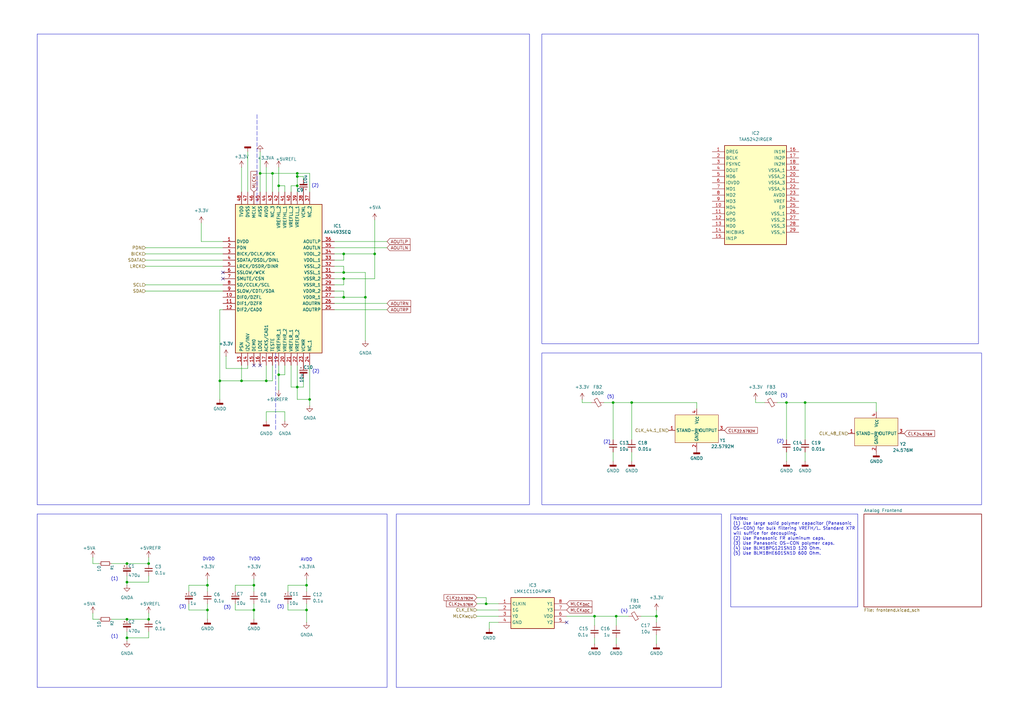
<source format=kicad_sch>
(kicad_sch (version 20250114) (generator "eeschema") (generator_version "9.0")
  (paper "A3")
  (lib_symbols
    (symbol "Device:C_Polarized_Small" (pin_numbers (hide yes)) (pin_names (offset 0.254) (hide yes))
      (property "Reference" "C" (at 0.254 1.778 0))
      (property "Value" "C_Polarized_Small" (at 0.254 -2.032 0))
      (symbol "C_Polarized_Small_0_1"
        (rectangle (start -1.524 0.6858) (end 1.524 0.3048))
        (rectangle (start -1.524 -0.3048) (end 1.524 -0.6858) (fill (type outline)))
        (polyline (pts (xy -1.27 1.524) (xy -0.762 1.524)))
        (polyline (pts (xy -1.016 1.27) (xy -1.016 1.778)))
      )
      (symbol "C_Polarized_Small_1_1"
        (pin passive line (at 0 2.54 270) (length 1.8542) (name "~") (number "1"))
        (pin passive line (at 0 -2.54 90) (length 1.8542) (name "~") (number "2"))
      )
    )
    (symbol "Device:C_Small" (pin_numbers (hide yes)) (pin_names (offset 0.254) (hide yes))
      (property "Reference" "C" (at 0.254 1.778 0))
      (property "Value" "C_Small" (at 0.254 -2.032 0))
      (symbol "C_Small_0_1"
        (polyline (pts (xy -1.524 0.508) (xy 1.524 0.508)) (stroke (width 0.3048)))
        (polyline (pts (xy -1.524 -0.508) (xy 1.524 -0.508)) (stroke (width 0.3302)))
      )
      (symbol "C_Small_1_1"
        (pin passive line (at 0 2.54 270) (length 2.032) (name "~") (number "1"))
        (pin passive line (at 0 -2.54 90) (length 2.032) (name "~") (number "2"))
      )
    )
    (symbol "Device:FerriteBead_Small" (pin_numbers (hide yes)) (pin_names (offset 0))
      (property "Reference" "FB" (at 1.905 1.27 0))
      (property "Value" "FerriteBead_Small" (at 1.905 -1.27 0))
      (symbol "FerriteBead_Small_0_1"
        (polyline (pts (xy -1.8288 0.2794) (xy -1.1176 1.4986) (xy 1.8288 -0.2032) (xy 1.1176 -1.4224) (xy -1.8288 0.2794)))
        (polyline (pts (xy 0 0.889) (xy 0 1.2954)))
        (polyline (pts (xy 0 -1.27) (xy 0 -0.7874)))
      )
      (symbol "FerriteBead_Small_1_1"
        (pin passive line (at 0 2.54 270) (length 1.27) (name "~") (number "1"))
        (pin passive line (at 0 -2.54 90) (length 1.27) (name "~") (number "2"))
      )
    )
    (symbol "Device:R_Small" (pin_numbers (hide yes)) (pin_names (offset 0.254) (hide yes))
      (property "Reference" "R" (at 0 0 90))
      (property "Value" "R_Small" (at 1.778 0 90))
      (symbol "R_Small_0_1"
        (rectangle (start -0.762 1.778) (end 0.762 -1.778) (stroke (width 0.2032)))
      )
      (symbol "R_Small_1_1"
        (pin passive line (at 0 2.54 270) (length 0.762) (name "~") (number "1"))
        (pin passive line (at 0 -2.54 90) (length 0.762) (name "~") (number "2"))
      )
    )
    (symbol "object67:AK4493SEQ"
      (property "Reference" "IC" (at 41.91 20.32 0))
      (property "Value" "AK4493SEQ" (at 41.91 17.78 0))
      (symbol "AK4493SEQ_1_1"
        (rectangle (start 5.08 15.24) (end 40.64 -45.72) (stroke (width 0.254)) (fill (type background)))
        (pin passive line (at 0 0 0) (length 5.08) (name "DVDD") (number "1"))
        (pin passive line (at 0 -2.54 0) (length 5.08) (name "PDN") (number "2"))
        (pin passive line (at 0 -5.08 0) (length 5.08) (name "BICK/DCLK/BCK") (number "3"))
        (pin passive line (at 0 -7.62 0) (length 5.08) (name "SDATA/DSDL/DINL") (number "4"))
        (pin passive line (at 0 -10.16 0) (length 5.08) (name "LRCK/DSDR/DINR") (number "5"))
        (pin passive line (at 0 -12.7 0) (length 5.08) (name "SSLOW/WCK") (number "6"))
        (pin passive line (at 0 -15.24 0) (length 5.08) (name "SMUTE/CSN") (number "7"))
        (pin passive line (at 0 -17.78 0) (length 5.08) (name "SD/CCLK/SCL") (number "8"))
        (pin passive line (at 0 -20.32 0) (length 5.08) (name "SLOW/CDTI/SDA") (number "9"))
        (pin passive line (at 0 -22.86 0) (length 5.08) (name "DIF0/DZFL") (number "10"))
        (pin passive line (at 0 -25.4 0) (length 5.08) (name "DIF1/DZFR") (number "11"))
        (pin passive line (at 0 -27.94 0) (length 5.08) (name "DIF2/CAD0") (number "12"))
        (pin passive line (at 7.62 20.32 270) (length 5.08) (name "TVDD") (number "48"))
        (pin passive line (at 7.62 -50.8 90) (length 5.08) (name "PSN") (number "13"))
        (pin passive line (at 10.16 20.32 270) (length 5.08) (name "DVSS") (number "47"))
        (pin passive line (at 10.16 -50.8 90) (length 5.08) (name "I2C/INV") (number "14"))
        (pin passive line (at 12.7 20.32 270) (length 5.08) (name "MCLK") (number "46"))
        (pin passive line (at 12.7 -50.8 90) (length 5.08) (name "DEM0") (number "15"))
        (pin passive line (at 15.24 20.32 270) (length 5.08) (name "AVSS") (number "45"))
        (pin passive line (at 15.24 -50.8 90) (length 5.08) (name "LDOE") (number "16"))
        (pin passive line (at 17.78 20.32 270) (length 5.08) (name "AVDD") (number "44"))
        (pin passive line (at 17.78 -50.8 90) (length 5.08) (name "ACKS/CAD1") (number "17"))
        (pin passive line (at 20.32 20.32 270) (length 5.08) (name "NC_3") (number "43"))
        (pin passive line (at 20.32 -50.8 90) (length 5.08) (name "TESTE") (number "18"))
        (pin passive line (at 22.86 20.32 270) (length 5.08) (name "VREFHL_2") (number "42"))
        (pin passive line (at 22.86 -50.8 90) (length 5.08) (name "VREFHR_1") (number "19"))
        (pin passive line (at 25.4 20.32 270) (length 5.08) (name "VREFHL_1") (number "41"))
        (pin passive line (at 25.4 -50.8 90) (length 5.08) (name "VREFHR_2") (number "20"))
        (pin passive line (at 27.94 20.32 270) (length 5.08) (name "VREFLL_2") (number "40"))
        (pin passive line (at 27.94 -50.8 90) (length 5.08) (name "VREFLR_1") (number "21"))
        (pin passive line (at 30.48 20.32 270) (length 5.08) (name "VREFLL_1") (number "39"))
        (pin passive line (at 30.48 -50.8 90) (length 5.08) (name "VREFLR_2") (number "22"))
        (pin passive line (at 33.02 20.32 270) (length 5.08) (name "VCML") (number "38"))
        (pin passive line (at 33.02 -50.8 90) (length 5.08) (name "VCMR") (number "23"))
        (pin passive line (at 35.56 20.32 270) (length 5.08) (name "NC_2") (number "37"))
        (pin passive line (at 35.56 -50.8 90) (length 5.08) (name "NC_1") (number "24"))
        (pin passive line (at 45.72 0 180) (length 5.08) (name "AOUTLP") (number "36"))
        (pin passive line (at 45.72 -2.54 180) (length 5.08) (name "AOUTLN") (number "35"))
        (pin passive line (at 45.72 -5.08 180) (length 5.08) (name "VDDL_2") (number "34"))
        (pin passive line (at 45.72 -7.62 180) (length 5.08) (name "VDDL_1") (number "33"))
        (pin passive line (at 45.72 -10.16 180) (length 5.08) (name "VSSL_2") (number "32"))
        (pin passive line (at 45.72 -12.7 180) (length 5.08) (name "VSSL_1") (number "31"))
        (pin passive line (at 45.72 -15.24 180) (length 5.08) (name "VSSR_2") (number "30"))
        (pin passive line (at 45.72 -17.78 180) (length 5.08) (name "VSSR_1") (number "29"))
        (pin passive line (at 45.72 -20.32 180) (length 5.08) (name "VDDR_2") (number "28"))
        (pin passive line (at 45.72 -22.86 180) (length 5.08) (name "VDDR_1") (number "27"))
        (pin passive line (at 45.72 -25.4 180) (length 5.08) (name "AOUTRN") (number "26"))
        (pin passive line (at 45.72 -27.94 180) (length 5.08) (name "AOUTRP") (number "25"))
      )
    )
    (symbol "object67:LMK1C1104PWR"
      (property "Reference" "IC" (at 24.13 7.62 0))
      (property "Value" "LMK1C1104PWR" (at 24.13 5.08 0))
      (symbol "LMK1C1104PWR_1_1"
        (rectangle (start 5.08 2.54) (end 22.86 -10.16) (stroke (width 0.254)) (fill (type background)))
        (pin passive line (at 0 0 0) (length 5.08) (name "CLKIN") (number "1"))
        (pin passive line (at 0 -2.54 0) (length 5.08) (name "1G") (number "2"))
        (pin passive line (at 0 -5.08 0) (length 5.08) (name "Y0") (number "3"))
        (pin passive line (at 0 -7.62 0) (length 5.08) (name "GND") (number "4"))
        (pin passive line (at 27.94 0 180) (length 5.08) (name "Y1") (number "8"))
        (pin passive line (at 27.94 -2.54 180) (length 5.08) (name "Y3") (number "7"))
        (pin passive line (at 27.94 -5.08 180) (length 5.08) (name "VDD") (number "6"))
        (pin passive line (at 27.94 -7.62 180) (length 5.08) (name "Y2") (number "5"))
      )
    )
    (symbol "object67:NSC5083D-22.5792M"
      (property "Reference" "Y" (at 8.382 -8.89 0))
      (property "Value" "22.5792M" (at 8.128 -6.858 0))
      (symbol "NSC5083D-22.5792M_0_0"
        (pin input line (at -11.43 0 0) (length 2.54) (name "STAND-BY") (number "1"))
        (pin power_in line (at 0 8.89 270) (length 2.54) (name "V_{CC}") (number "4"))
        (pin output line (at 11.43 0 180) (length 2.54) (name "OUTPUT") (number "3"))
      )
      (symbol "NSC5083D-22.5792M_1_0"
        (pin passive line (at 0 -7.62 90) (length 2.54) (name "GND") (number "2"))
      )
      (symbol "NSC5083D-22.5792M_1_1"
        (rectangle (start -8.89 6.35) (end 8.89 -5.08) (fill (type background)))
      )
    )
    (symbol "object67:NSC5083D-24.576M"
      (property "Reference" "Y" (at 7.366 -8.89 0))
      (property "Value" "24.576M" (at 6.096 -6.604 0))
      (symbol "NSC5083D-24.576M_0_0"
        (pin input line (at -11.43 0 0) (length 2.54) (name "STAND-BY") (number "1"))
        (pin power_in line (at 0 8.89 270) (length 2.54) (name "V_{CC}") (number "4"))
        (pin output line (at 11.43 0 180) (length 2.54) (name "OUTPUT") (number "3"))
      )
      (symbol "NSC5083D-24.576M_1_0"
        (pin passive line (at 0 -7.62 90) (length 2.54) (name "GND") (number "2"))
      )
      (symbol "NSC5083D-24.576M_1_1"
        (rectangle (start -8.89 6.35) (end 8.89 -5.08) (fill (type background)))
      )
    )
    (symbol "object67:TAA5242IRGER"
      (property "Reference" "IC" (at 31.75 7.62 0))
      (property "Value" "TAA5242IRGER" (at 31.75 5.08 0))
      (symbol "TAA5242IRGER_1_1"
        (rectangle (start 5.08 2.54) (end 30.48 -38.1) (stroke (width 0.254)) (fill (type background)))
        (pin passive line (at 0 0 0) (length 5.08) (name "DREG") (number "1"))
        (pin passive line (at 0 -2.54 0) (length 5.08) (name "BCLK") (number "2"))
        (pin passive line (at 0 -5.08 0) (length 5.08) (name "FSYNC") (number "3"))
        (pin passive line (at 0 -7.62 0) (length 5.08) (name "DOUT") (number "4"))
        (pin passive line (at 0 -10.16 0) (length 5.08) (name "MD6") (number "5"))
        (pin passive line (at 0 -12.7 0) (length 5.08) (name "IOVDD") (number "6"))
        (pin passive line (at 0 -15.24 0) (length 5.08) (name "MD1") (number "7"))
        (pin passive line (at 0 -17.78 0) (length 5.08) (name "MD2") (number "8"))
        (pin passive line (at 0 -20.32 0) (length 5.08) (name "MD3") (number "9"))
        (pin passive line (at 0 -22.86 0) (length 5.08) (name "MD4") (number "10"))
        (pin passive line (at 0 -25.4 0) (length 5.08) (name "GPO") (number "11"))
        (pin passive line (at 0 -27.94 0) (length 5.08) (name "MD5") (number "12"))
        (pin passive line (at 0 -30.48 0) (length 5.08) (name "MD0") (number "13"))
        (pin passive line (at 0 -33.02 0) (length 5.08) (name "MICBIAS") (number "14"))
        (pin passive line (at 0 -35.56 0) (length 5.08) (name "IN1P") (number "15"))
        (pin passive line (at 35.56 0 180) (length 5.08) (name "IN1M") (number "16"))
        (pin passive line (at 35.56 -2.54 180) (length 5.08) (name "IN2P") (number "17"))
        (pin passive line (at 35.56 -5.08 180) (length 5.08) (name "IN2M") (number "18"))
        (pin passive line (at 35.56 -7.62 180) (length 5.08) (name "VSSA_1") (number "19"))
        (pin passive line (at 35.56 -10.16 180) (length 5.08) (name "VSSA_2") (number "20"))
        (pin passive line (at 35.56 -12.7 180) (length 5.08) (name "VSSA_3") (number "21"))
        (pin passive line (at 35.56 -15.24 180) (length 5.08) (name "VSSA_4") (number "22"))
        (pin passive line (at 35.56 -17.78 180) (length 5.08) (name "AVDD") (number "23"))
        (pin passive line (at 35.56 -20.32 180) (length 5.08) (name "VREF") (number "24"))
        (pin passive line (at 35.56 -22.86 180) (length 5.08) (name "EP") (number "25"))
        (pin passive line (at 35.56 -25.4 180) (length 5.08) (name "VSS_1") (number "26"))
        (pin passive line (at 35.56 -27.94 180) (length 5.08) (name "VSS_2") (number "27"))
        (pin passive line (at 35.56 -30.48 180) (length 5.08) (name "VSS_3") (number "28"))
        (pin passive line (at 35.56 -33.02 180) (length 5.08) (name "VSS_4") (number "29"))
      )
    )
    (symbol "power:+3.3V" (power) (pin_numbers (hide yes)) (pin_names (offset 0) (hide yes))
      (property "Value" "+3.3V" (at 0 3.556 0))
      (symbol "+3.3V_0_1"
        (polyline (pts (xy -0.762 1.27) (xy 0 2.54)))
        (polyline (pts (xy 0 2.54) (xy 0.762 1.27)))
        (polyline (pts (xy 0 0) (xy 0 2.54)))
      )
      (symbol "+3.3V_1_1"
        (pin power_in line (at 0 0 90) (length 0) (name "~") (number "1"))
      )
    )
    (symbol "power:+3.3VA" (power) (pin_numbers (hide yes)) (pin_names (offset 0) (hide yes))
      (property "Value" "+3.3VA" (at 0 3.556 0))
      (symbol "+3.3VA_0_1"
        (polyline (pts (xy -0.762 1.27) (xy 0 2.54)))
        (polyline (pts (xy 0 2.54) (xy 0.762 1.27)))
        (polyline (pts (xy 0 0) (xy 0 2.54)))
      )
      (symbol "+3.3VA_1_1"
        (pin power_in line (at 0 0 90) (length 0) (name "~") (number "1"))
      )
    )
    (symbol "power:+5VA" (power) (pin_numbers (hide yes)) (pin_names (offset 0) (hide yes))
      (property "Value" "+5VA" (at 0 3.556 0))
      (symbol "+5VA_0_1"
        (polyline (pts (xy -0.762 1.27) (xy 0 2.54)))
        (polyline (pts (xy 0 2.54) (xy 0.762 1.27)))
        (polyline (pts (xy 0 0) (xy 0 2.54)))
      )
      (symbol "+5VA_1_1"
        (pin power_in line (at 0 0 90) (length 0) (name "~") (number "1"))
      )
    )
    (symbol "power:GNDA" (power) (pin_numbers (hide yes)) (pin_names (offset 0) (hide yes))
      (property "Value" "GNDA" (at 0 -3.81 0))
      (symbol "GNDA_0_1"
        (polyline (pts (xy 0 0) (xy 0 -1.27) (xy 1.27 -1.27) (xy 0 -2.54) (xy -1.27 -1.27) (xy 0 -1.27)))
      )
      (symbol "GNDA_1_1"
        (pin power_in line (at 0 0 270) (length 0) (name "~") (number "1"))
      )
    )
    (symbol "power:GNDD" (power) (pin_numbers (hide yes)) (pin_names (offset 0) (hide yes))
      (property "Value" "GNDD" (at 0 -3.175 0))
      (symbol "GNDD_0_1"
        (rectangle (start -1.27 -1.524) (end 1.27 -2.032) (stroke (width 0.254)) (fill (type outline)))
        (polyline (pts (xy 0 0) (xy 0 -1.524)))
      )
      (symbol "GNDD_1_1"
        (pin power_in line (at 0 0 270) (length 0) (name "~") (number "1"))
      )
    )
  )
  (rectangle (start 162.56 210.82) (end 295.91 281.94))
  (rectangle (start 15.24 13.97) (end 217.17 207.01))
  (rectangle (start 222.25 13.97) (end 401.32 140.97))
  (rectangle (start 15.24 210.82) (end 158.75 281.94))
  (rectangle (start 222.25 144.78) (end 402.59 207.01))
  (text "(3)" (at 74.93 248.92 0) (effects (font (size 1.27 1.27))))
  (text "(2)" (at 248.92 181.356 0) (effects (font (size 1.27 1.27))))
  (text "(3)" (at 115.062 248.92 0) (effects (font (size 1.27 1.27))))
  (text "(2)" (at 129.286 76.2 0) (effects (font (size 1.27 1.27))))
  (text "(1)" (at 46.99 237.49 0) (effects (font (size 1.27 1.27))))
  (text "(1)" (at 46.99 261.112 0) (effects (font (size 1.27 1.27))))
  (text "DVDD" (at 85.598 229.362 0) (effects (font (size 1.27 1.27))))
  (text "(2)" (at 129.54 152.4 0) (effects (font (size 1.27 1.27))))
  (text "TVDD" (at 104.394 229.362 0) (effects (font (size 1.27 1.27))))
  (text "(2)" (at 320.04 181.102 0) (effects (font (size 1.27 1.27))))
  (text "(5)" (at 321.564 162.306 0) (effects (font (size 1.27 1.27))))
  (text "(4)" (at 256.032 250.698 0) (effects (font (size 1.27 1.27))))
  (text "(3)" (at 93.218 249.174 0) (effects (font (size 1.27 1.27))))
  (text "AVDD" (at 125.73 229.616 0) (effects (font (size 1.27 1.27))))
  (text "(5)" (at 250.444 162.814 0) (effects (font (size 1.27 1.27))))
  (text_box "Notes:\n(1) Use large solid polymer capacitor (Panasonic OS-CON) for bulk filtering VREFH/L. Standard X7R will suffice for decoupling.\n(2) Use Panasonic FR aluminum caps.\n(3) Use Panasonic OS-CON polymer caps.\n(4) Use BLM18PG121SN1D 120 Ohm.\n(5) Use BLM18HE601SN1D 600 Ohm." (at 299.72 210.82 0) (size 52.07 38.1) (margins 0.9525 0.9525 0.9525 0.9525) (effects (font (size 1.27 1.27)) (justify left top)))
  (junction (at 99.06 156.21))
  (junction (at 251.46 165.1))
  (junction (at 52.07 254))
  (junction (at 259.08 165.1))
  (junction (at 149.86 121.92))
  (junction (at 104.14 250.19))
  (junction (at 127 163.83))
  (junction (at 252.73 252.73))
  (junction (at 269.24 252.73))
  (junction (at 322.58 165.1))
  (junction (at 140.97 121.92))
  (junction (at 85.09 240.03))
  (junction (at 114.3 153.67))
  (junction (at 60.96 254))
  (junction (at 153.67 104.14))
  (junction (at 121.92 72.39))
  (junction (at 111.76 71.12))
  (junction (at 121.92 76.2))
  (junction (at 52.07 238.76))
  (junction (at 109.22 156.21))
  (junction (at 140.97 111.76))
  (junction (at 140.97 104.14))
  (junction (at 330.2 165.1))
  (junction (at 60.96 231.14))
  (junction (at 125.73 250.19))
  (junction (at 140.97 114.3))
  (junction (at 85.09 250.19))
  (junction (at 104.14 240.03))
  (junction (at 121.92 71.12))
  (junction (at 243.84 252.73))
  (junction (at 114.3 76.2))
  (junction (at 125.73 240.03))
  (junction (at 121.92 158.75))
  (junction (at 52.07 231.14))
  (junction (at 106.68 71.12))
  (junction (at 199.39 247.65))
  (junction (at 90.17 156.21))
  (junction (at 52.07 261.62))
  (no_connect (at 91.44 114.3))
  (no_connect (at 91.44 111.76))
  (no_connect (at 106.68 149.86))
  (no_connect (at 104.14 149.86))
  (no_connect (at 232.41 255.27))
  (wire (pts (xy 259.08 185.42) (xy 259.08 189.23)))
  (wire (pts (xy 119.38 158.75) (xy 121.92 158.75)))
  (wire (pts (xy 269.24 250.19) (xy 269.24 252.73)))
  (wire (pts (xy 91.44 127) (xy 90.17 127)))
  (wire (pts (xy 309.88 163.83) (xy 309.88 165.1)))
  (wire (pts (xy 116.84 168.91) (xy 116.84 172.72)))
  (wire (pts (xy 124.46 158.75) (xy 124.46 154.94)))
  (wire (pts (xy 114.3 153.67) (xy 114.3 160.02)))
  (wire (pts (xy 127 71.12) (xy 127 78.74)))
  (wire (pts (xy 125.73 240.03) (xy 125.73 242.57)))
  (wire (pts (xy 247.65 165.1) (xy 251.46 165.1)))
  (wire (pts (xy 77.47 250.19) (xy 85.09 250.19)))
  (wire (pts (xy 121.92 71.12) (xy 121.92 72.39)))
  (wire (pts (xy 153.67 104.14) (xy 153.67 114.3)))
  (wire (pts (xy 153.67 114.3) (xy 140.97 114.3)))
  (wire (pts (xy 90.17 156.21) (xy 90.17 163.83)))
  (wire (pts (xy 285.75 165.1) (xy 285.75 167.64)))
  (wire (pts (xy 96.52 240.03) (xy 104.14 240.03)))
  (wire (pts (xy 114.3 68.58) (xy 114.3 76.2)))
  (wire (pts (xy 137.16 127) (xy 158.75 127)))
  (wire (pts (xy 124.46 73.66) (xy 124.46 72.39)))
  (wire (pts (xy 243.84 261.62) (xy 243.84 264.16)))
  (wire (pts (xy 118.11 250.19) (xy 125.73 250.19)))
  (wire (pts (xy 101.6 149.86) (xy 101.6 151.13)))
  (wire (pts (xy 330.2 165.1) (xy 359.41 165.1)))
  (wire (pts (xy 252.73 264.16) (xy 252.73 261.62)))
  (wire (pts (xy 38.1 254) (xy 38.1 251.46)))
  (wire (pts (xy 153.67 90.17) (xy 153.67 104.14)))
  (wire (pts (xy 77.47 240.03) (xy 85.09 240.03)))
  (wire (pts (xy 96.52 247.65) (xy 96.52 250.19)))
  (wire (pts (xy 59.69 109.22) (xy 91.44 109.22)))
  (wire (pts (xy 124.46 72.39) (xy 121.92 72.39)))
  (wire (pts (xy 38.1 231.14) (xy 38.1 228.6)))
  (wire (pts (xy 59.69 116.84) (xy 91.44 116.84)))
  (wire (pts (xy 52.07 238.76) (xy 60.96 238.76)))
  (wire (pts (xy 257.81 252.73) (xy 252.73 252.73)))
  (wire (pts (xy 104.14 250.19) (xy 104.14 247.65)))
  (wire (pts (xy 40.64 254) (xy 38.1 254)))
  (wire (pts (xy 322.58 165.1) (xy 330.2 165.1)))
  (wire (pts (xy 195.58 250.19) (xy 204.47 250.19)))
  (wire (pts (xy 116.84 153.67) (xy 116.84 149.86)))
  (wire (pts (xy 125.73 250.19) (xy 125.73 255.27)))
  (wire (pts (xy 52.07 238.76) (xy 52.07 236.22)))
  (wire (pts (xy 90.17 127) (xy 90.17 156.21)))
  (wire (pts (xy 200.66 255.27) (xy 204.47 255.27)))
  (wire (pts (xy 259.08 180.34) (xy 259.08 165.1)))
  (wire (pts (xy 118.11 240.03) (xy 118.11 242.57)))
  (wire (pts (xy 104.14 237.49) (xy 104.14 240.03)))
  (wire (pts (xy 121.92 163.83) (xy 127 163.83)))
  (wire (pts (xy 109.22 168.91) (xy 116.84 168.91)))
  (wire (pts (xy 199.39 245.11) (xy 199.39 247.65)))
  (wire (pts (xy 121.92 158.75) (xy 121.92 163.83)))
  (wire (pts (xy 121.92 72.39) (xy 121.92 76.2)))
  (wire (pts (xy 269.24 255.27) (xy 269.24 252.73)))
  (wire (pts (xy 85.09 237.49) (xy 85.09 240.03)))
  (wire (pts (xy 137.16 106.68) (xy 140.97 106.68)))
  (wire (pts (xy 85.09 250.19) (xy 85.09 254)))
  (wire (pts (xy 118.11 247.65) (xy 118.11 250.19)))
  (wire (pts (xy 140.97 119.38) (xy 140.97 121.92)))
  (wire (pts (xy 59.69 106.68) (xy 91.44 106.68)))
  (wire (pts (xy 238.76 163.83) (xy 238.76 165.1)))
  (wire (pts (xy 59.69 104.14) (xy 91.44 104.14)))
  (wire (pts (xy 96.52 250.19) (xy 104.14 250.19)))
  (wire (pts (xy 119.38 78.74) (xy 119.38 76.2)))
  (wire (pts (xy 45.72 254) (xy 52.07 254)))
  (wire (pts (xy 60.96 254) (xy 60.96 251.46)))
  (wire (pts (xy 140.97 114.3) (xy 137.16 114.3)))
  (wire (pts (xy 106.68 71.12) (xy 111.76 71.12)))
  (wire (pts (xy 137.16 119.38) (xy 140.97 119.38)))
  (wire (pts (xy 137.16 116.84) (xy 140.97 116.84)))
  (wire (pts (xy 59.69 101.6) (xy 91.44 101.6)))
  (wire (pts (xy 99.06 156.21) (xy 90.17 156.21)))
  (wire (pts (xy 91.44 99.06) (xy 82.55 99.06)))
  (wire (pts (xy 359.41 165.1) (xy 359.41 168.91)))
  (wire (pts (xy 52.07 261.62) (xy 52.07 259.08)))
  (wire (pts (xy 96.52 240.03) (xy 96.52 242.57)))
  (wire (pts (xy 109.22 68.58) (xy 109.22 78.74)))
  (polyline (pts (xy 105.41 46.99) (xy 105.41 83.82)) (stroke (width 0) (type dash)))
  (wire (pts (xy 149.86 111.76) (xy 149.86 121.92)))
  (wire (pts (xy 195.58 245.11) (xy 199.39 245.11)))
  (wire (pts (xy 121.92 158.75) (xy 124.46 158.75)))
  (wire (pts (xy 52.07 240.03) (xy 52.07 238.76)))
  (wire (pts (xy 109.22 156.21) (xy 99.06 156.21)))
  (wire (pts (xy 119.38 149.86) (xy 119.38 158.75)))
  (wire (pts (xy 200.66 257.81) (xy 200.66 255.27)))
  (wire (pts (xy 114.3 76.2) (xy 114.3 78.74)))
  (wire (pts (xy 111.76 149.86) (xy 111.76 156.21)))
  (wire (pts (xy 127 149.86) (xy 127 163.83)))
  (wire (pts (xy 259.08 165.1) (xy 285.75 165.1)))
  (wire (pts (xy 101.6 151.13) (xy 92.71 151.13)))
  (wire (pts (xy 85.09 240.03) (xy 85.09 242.57)))
  (wire (pts (xy 52.07 262.89) (xy 52.07 261.62)))
  (wire (pts (xy 195.58 247.65) (xy 199.39 247.65)))
  (wire (pts (xy 140.97 106.68) (xy 140.97 104.14)))
  (wire (pts (xy 116.84 76.2) (xy 116.84 78.74)))
  (wire (pts (xy 251.46 180.34) (xy 251.46 165.1)))
  (wire (pts (xy 106.68 62.23) (xy 106.68 71.12)))
  (polyline (pts (xy 113.03 144.78) (xy 113.03 176.53)) (stroke (width 0) (type dash)))
  (wire (pts (xy 82.55 91.44) (xy 82.55 99.06)))
  (wire (pts (xy 52.07 231.14) (xy 60.96 231.14)))
  (wire (pts (xy 77.47 240.03) (xy 77.47 242.57)))
  (wire (pts (xy 137.16 101.6) (xy 158.75 101.6)))
  (wire (pts (xy 149.86 121.92) (xy 149.86 139.7)))
  (wire (pts (xy 140.97 104.14) (xy 137.16 104.14)))
  (wire (pts (xy 140.97 111.76) (xy 140.97 109.22)))
  (wire (pts (xy 40.64 231.14) (xy 38.1 231.14)))
  (wire (pts (xy 52.07 261.62) (xy 60.96 261.62)))
  (wire (pts (xy 127 71.12) (xy 121.92 71.12)))
  (wire (pts (xy 125.73 237.49) (xy 125.73 240.03)))
  (wire (pts (xy 119.38 76.2) (xy 121.92 76.2)))
  (wire (pts (xy 114.3 149.86) (xy 114.3 153.67)))
  (wire (pts (xy 60.96 238.76) (xy 60.96 236.22)))
  (wire (pts (xy 77.47 247.65) (xy 77.47 250.19)))
  (wire (pts (xy 309.88 165.1) (xy 313.69 165.1)))
  (wire (pts (xy 99.06 149.86) (xy 99.06 156.21)))
  (wire (pts (xy 85.09 250.19) (xy 85.09 247.65)))
  (wire (pts (xy 269.24 260.35) (xy 269.24 264.16)))
  (wire (pts (xy 322.58 185.42) (xy 322.58 189.23)))
  (wire (pts (xy 199.39 247.65) (xy 204.47 247.65)))
  (wire (pts (xy 111.76 71.12) (xy 121.92 71.12)))
  (wire (pts (xy 111.76 156.21) (xy 109.22 156.21)))
  (wire (pts (xy 104.14 240.03) (xy 104.14 242.57)))
  (wire (pts (xy 251.46 185.42) (xy 251.46 189.23)))
  (wire (pts (xy 114.3 76.2) (xy 116.84 76.2)))
  (wire (pts (xy 104.14 250.19) (xy 104.14 254)))
  (wire (pts (xy 121.92 149.86) (xy 121.92 158.75)))
  (wire (pts (xy 140.97 116.84) (xy 140.97 114.3)))
  (wire (pts (xy 195.58 252.73) (xy 204.47 252.73)))
  (wire (pts (xy 251.46 165.1) (xy 259.08 165.1)))
  (wire (pts (xy 238.76 165.1) (xy 242.57 165.1)))
  (wire (pts (xy 243.84 252.73) (xy 243.84 256.54)))
  (wire (pts (xy 109.22 149.86) (xy 109.22 156.21)))
  (wire (pts (xy 252.73 252.73) (xy 252.73 256.54)))
  (wire (pts (xy 59.69 119.38) (xy 91.44 119.38)))
  (wire (pts (xy 45.72 231.14) (xy 52.07 231.14)))
  (wire (pts (xy 149.86 121.92) (xy 140.97 121.92)))
  (wire (pts (xy 99.06 68.58) (xy 99.06 78.74)))
  (wire (pts (xy 101.6 62.23) (xy 101.6 78.74)))
  (wire (pts (xy 118.11 240.03) (xy 125.73 240.03)))
  (wire (pts (xy 127 163.83) (xy 127 166.37)))
  (wire (pts (xy 232.41 252.73) (xy 243.84 252.73)))
  (wire (pts (xy 330.2 185.42) (xy 330.2 189.23)))
  (wire (pts (xy 121.92 76.2) (xy 121.92 78.74)))
  (wire (pts (xy 140.97 111.76) (xy 149.86 111.76)))
  (wire (pts (xy 137.16 124.46) (xy 158.75 124.46)))
  (wire (pts (xy 252.73 252.73) (xy 243.84 252.73)))
  (wire (pts (xy 137.16 111.76) (xy 140.97 111.76)))
  (wire (pts (xy 109.22 172.72) (xy 109.22 168.91)))
  (wire (pts (xy 52.07 254) (xy 60.96 254)))
  (wire (pts (xy 140.97 121.92) (xy 137.16 121.92)))
  (wire (pts (xy 114.3 153.67) (xy 116.84 153.67)))
  (wire (pts (xy 330.2 180.34) (xy 330.2 165.1)))
  (wire (pts (xy 137.16 99.06) (xy 158.75 99.06)))
  (wire (pts (xy 106.68 71.12) (xy 106.68 78.74)))
  (wire (pts (xy 125.73 250.19) (xy 125.73 247.65)))
  (wire (pts (xy 140.97 104.14) (xy 153.67 104.14)))
  (wire (pts (xy 60.96 261.62) (xy 60.96 259.08)))
  (wire (pts (xy 92.71 146.05) (xy 92.71 151.13)))
  (wire (pts (xy 318.77 165.1) (xy 322.58 165.1)))
  (wire (pts (xy 111.76 71.12) (xy 111.76 78.74)))
  (wire (pts (xy 322.58 180.34) (xy 322.58 165.1)))
  (wire (pts (xy 60.96 231.14) (xy 60.96 228.6)))
  (wire (pts (xy 269.24 252.73) (xy 262.89 252.73)))
  (wire (pts (xy 140.97 109.22) (xy 137.16 109.22)))
  (global_label "CLK_{22.5792M}" (shape input) (at 195.58 245.11 180) (property "Intersheetrefs" "${INTERSHEET_REFS}" (effects (hide yes))))
  (global_label "AOUTLN" (shape input) (at 158.75 101.6 0) (property "Intersheetrefs" "${INTERSHEET_REFS}" (effects (hide yes))))
  (global_label "AOUTLP" (shape input) (at 158.75 99.06 0) (property "Intersheetrefs" "${INTERSHEET_REFS}" (effects (hide yes))))
  (global_label "CLK_{24.576M}" (shape input) (at 370.84 177.8 0) (property "Intersheetrefs" "${INTERSHEET_REFS}" (effects (hide yes))))
  (global_label "MLCK_{ADC}" (shape input) (at 232.41 250.19 0) (property "Intersheetrefs" "${INTERSHEET_REFS}" (effects (hide yes))))
  (global_label "MLCK_{DAC}" (shape input) (at 232.41 247.65 0) (property "Intersheetrefs" "${INTERSHEET_REFS}" (effects (hide yes))))
  (global_label "CLK_{24.576M}" (shape input) (at 195.58 247.65 180) (property "Intersheetrefs" "${INTERSHEET_REFS}" (effects (hide yes))))
  (global_label "CLK_{22.5792M}" (shape input) (at 297.18 176.53 0) (property "Intersheetrefs" "${INTERSHEET_REFS}" (effects (hide yes))))
  (global_label "AOUTRN" (shape input) (at 158.75 124.46 0) (property "Intersheetrefs" "${INTERSHEET_REFS}" (effects (hide yes))))
  (global_label "MLCK_{1}" (shape input) (at 104.14 78.74 90) (property "Intersheetrefs" "${INTERSHEET_REFS}" (effects (hide yes))))
  (global_label "AOUTRP" (shape input) (at 158.75 127 0) (property "Intersheetrefs" "${INTERSHEET_REFS}" (effects (hide yes))))
  (hierarchical_label "LRCK" (shape input) (at 59.69 109.22 180))
  (hierarchical_label "SDATA" (shape input) (at 59.69 106.68 180))
  (hierarchical_label "CLK_48_EN" (shape input) (at 347.98 177.8 180))
  (hierarchical_label "BICK" (shape input) (at 59.69 104.14 180))
  (hierarchical_label "SDA" (shape input) (at 59.69 119.38 180))
  (hierarchical_label "CLK_44.1_EN" (shape input) (at 274.32 176.53 180))
  (hierarchical_label "CLK_EN" (shape input) (at 195.58 250.19 180))
  (hierarchical_label "PDN" (shape input) (at 59.69 101.6 180))
  (hierarchical_label "MLCK_{MCU}" (shape input) (at 195.58 252.73 180))
  (hierarchical_label "SCL" (shape input) (at 59.69 116.84 180))
  (symbol (lib_id "Device:C_Polarized_Small") (at 52.07 256.54 0) (unit 1)
    (property "Reference" "C2" (at 52.578 255.016 0) (effects (justify left)))
    (property "Value" "470u" (at 52.578 258.826 0) (effects (justify left)))
    (property "Description" "Polarized capacitor, small symbol" (effects (hide yes)))
  )
  (symbol (lib_id "power:+3.3V") (at 114.3 68.58 0) (unit 1)
    (property "Reference" "#PWR017" (effects (hide yes)))
    (property "Value" "+5VREFL" (at 113.03 65.278 0) (effects (justify left)))
    (property "Description" "Power symbol creates a global label with name \"+3.3V\"" (effects (hide yes)))
  )
  (symbol (lib_id "Device:C_Small") (at 125.73 245.11 0) (unit 1)
    (property "Reference" "C12" (at 128.27 243.8462 0) (effects (justify left)))
    (property "Value" "0.1u" (at 128.27 246.3862 0) (effects (justify left)))
    (property "Description" "Unpolarized capacitor, small symbol" (effects (hide yes)))
  )
  (symbol (lib_id "Device:C_Small") (at 104.14 245.11 0) (unit 1)
    (property "Reference" "C8" (at 106.68 243.8462 0) (effects (justify left)))
    (property "Value" "0.1u" (at 106.68 246.3862 0) (effects (justify left)))
    (property "Description" "Unpolarized capacitor, small symbol" (effects (hide yes)))
  )
  (symbol (lib_id "power:+5VA") (at 153.67 90.17 0) (unit 1)
    (property "Reference" "#PWR026" (effects (hide yes)))
    (property "Value" "+5VA" (at 153.67 85.09 0))
    (property "Description" "Power symbol creates a global label with name \"+5VA\"" (effects (hide yes)))
  )
  (symbol (lib_id "power:+3.3V") (at 238.76 163.83 0) (unit 1)
    (property "Reference" "#PWR031" (effects (hide yes)))
    (property "Value" "+3.3V" (at 238.76 158.75 0))
    (property "Description" "Power symbol creates a global label with name \"+3.3V\"" (effects (hide yes)))
  )
  (symbol (lib_id "power:GNDD") (at 252.73 264.16 0) (mirror y) (unit 1)
    (property "Reference" "#PWR039" (effects (hide yes)))
    (property "Value" "GNDD" (at 252.73 267.97 0))
    (property "Description" "Power symbol creates a global label with name \"GNDD\" , digital ground" (effects (hide yes)))
  )
  (symbol (lib_id "power:GNDD") (at 109.22 172.72 0) (unit 1)
    (property "Reference" "#PWR016" (effects (hide yes)))
    (property "Value" "GNDD" (at 109.22 177.8 0))
    (property "Description" "Power symbol creates a global label with name \"GNDD\" , digital ground" (effects (hide yes)))
  )
  (symbol (lib_id "Device:C_Small") (at 251.46 182.88 0) (unit 1)
    (property "Reference" "C13" (at 254 181.6162 0) (effects (justify left)))
    (property "Value" "10u" (at 254 184.1562 0) (effects (justify left)))
    (property "Description" "Unpolarized capacitor, small symbol" (effects (hide yes)))
  )
  (symbol (lib_id "power:+5VA") (at 38.1 228.6 0) (unit 1)
    (property "Reference" "#PWR01" (effects (hide yes)))
    (property "Value" "+5VA" (at 36.576 224.79 0))
    (property "Description" "Power symbol creates a global label with name \"+5VA\"" (effects (hide yes)))
  )
  (symbol (lib_id "power:+3.3V") (at 60.96 251.46 0) (unit 1)
    (property "Reference" "#PWR06" (effects (hide yes)))
    (property "Value" "+5VREFL" (at 57.15 247.65 0) (effects (justify left)))
    (property "Description" "Power symbol creates a global label with name \"+3.3V\"" (effects (hide yes)))
  )
  (symbol (lib_id "power:GNDD") (at 359.41 185.42 0) (unit 1)
    (property "Reference" "#PWR029" (effects (hide yes)))
    (property "Value" "GNDD" (at 359.41 189.23 0))
    (property "Description" "Power symbol creates a global label with name \"GNDD\" , digital ground" (effects (hide yes)))
  )
  (symbol (lib_id "power:GNDA") (at 116.84 172.72 0) (unit 1)
    (property "Reference" "#PWR019" (effects (hide yes)))
    (property "Value" "GNDA" (at 116.84 177.8 0))
    (property "Description" "Power symbol creates a global label with name \"GNDA\" , analog ground" (effects (hide yes)))
  )
  (symbol (lib_id "power:GNDD") (at 259.08 189.23 0) (unit 1)
    (property "Reference" "#PWR028" (effects (hide yes)))
    (property "Value" "GNDD" (at 259.08 193.04 0))
    (property "Description" "Power symbol creates a global label with name \"GNDD\" , digital ground" (effects (hide yes)))
  )
  (symbol (lib_id "Device:C_Polarized_Small") (at 124.46 76.2 180) (unit 1)
    (property "Reference" "C9" (at 124.46 77.978 0) (effects (justify left)))
    (property "Value" "10u" (at 125.222 71.628 90) (effects (justify left)))
    (property "Description" "Polarized capacitor, small symbol" (effects (hide yes)))
  )
  (symbol (lib_id "Device:C_Polarized_Small") (at 118.11 245.11 0) (unit 1)
    (property "Reference" "C11" (at 118.618 243.586 0) (effects (justify left)))
    (property "Value" "10u" (at 118.618 247.396 0) (effects (justify left)))
    (property "Description" "Polarized capacitor, small symbol" (effects (hide yes)))
  )
  (symbol (lib_id "Device:R_Small") (at 43.18 254 270) (unit 1)
    (property "Reference" "R2" (at 45.974 254.508 0) (effects (font (size 1.016 1.016)) (justify left)))
    (property "Value" "10" (at 40.64 254.762 0) (effects (justify left)))
    (property "Description" "Resistor, small symbol" (effects (hide yes)))
  )
  (symbol (lib_id "Device:C_Small") (at 269.24 257.81 0) (mirror y) (unit 1)
    (property "Reference" "C17" (at 266.7 256.5462 0) (effects (justify left)))
    (property "Value" "10u" (at 266.7 259.0862 0) (effects (justify left)))
    (property "Description" "Unpolarized capacitor, small symbol" (effects (hide yes)))
  )
  (symbol (lib_id "Device:C_Polarized_Small") (at 77.47 245.11 0) (unit 1)
    (property "Reference" "C5" (at 77.978 243.586 0) (effects (justify left)))
    (property "Value" "1u" (at 77.978 247.396 0) (effects (justify left)))
    (property "Description" "Polarized capacitor, small symbol" (effects (hide yes)))
  )
  (symbol (lib_id "Device:C_Small") (at 85.09 245.11 0) (unit 1)
    (property "Reference" "C6" (at 87.63 243.8462 0) (effects (justify left)))
    (property "Value" "0.1u" (at 87.63 246.3862 0) (effects (justify left)))
    (property "Description" "Unpolarized capacitor, small symbol" (effects (hide yes)))
  )
  (symbol (lib_id "power:GNDD") (at 101.6 62.23 180) (unit 1)
    (property "Reference" "#PWR013" (effects (hide yes)))
    (property "Value" "GNDD" (effects (hide yes)))
    (property "Description" "Power symbol creates a global label with name \"GNDD\" , digital ground" (effects (hide yes)))
  )
  (symbol (lib_id "power:+3.3V") (at 309.88 163.83 0) (unit 1)
    (property "Reference" "#PWR032" (effects (hide yes)))
    (property "Value" "+3.3V" (at 309.88 158.75 0))
    (property "Description" "Power symbol creates a global label with name \"+3.3V\"" (effects (hide yes)))
  )
  (symbol (lib_id "object67:NSC5083D-22.5792M") (at 285.75 176.53 0) (unit 1)
    (property "Reference" "Y1" (at 296.418 180.594 0))
    (property "Value" "22.5792M" (at 296.418 183.134 0))
    (property "Footprint" "object67:Oscillator_SMD_NDK_NZ2520SDA-4Pin_2.5x2.0mm" (effects (hide yes)))
    (property "Datasheet" "https://www.ndk.com/images/products/catalog/c_NZ2520SDA_e.pdf" (effects (hide yes)))
    (property "Description" "22.5792 MHz XO (Standard) CMOS Oscillator 3.3V Standby (Power Down) 4-SMD, No Lead" (effects (hide yes)))
  )
  (symbol (lib_id "power:+3.3V") (at 99.06 68.58 0) (unit 1)
    (property "Reference" "#PWR010" (effects (hide yes)))
    (property "Value" "+3.3V" (at 99.06 64.262 0))
    (property "Description" "Power symbol creates a global label with name \"+3.3V\"" (effects (hide yes)))
  )
  (symbol (lib_id "Device:C_Polarized_Small") (at 52.07 233.68 0) (unit 1)
    (property "Reference" "C1" (at 52.578 232.156 0) (effects (justify left)))
    (property "Value" "470u" (at 52.578 235.966 0) (effects (justify left)))
    (property "Description" "Polarized capacitor, small symbol" (effects (hide yes)))
  )
  (symbol (lib_id "Device:C_Small") (at 322.58 182.88 0) (unit 1)
    (property "Reference" "C14" (at 325.12 181.6162 0) (effects (justify left)))
    (property "Value" "10u" (at 325.12 184.1562 0) (effects (justify left)))
    (property "Description" "Unpolarized capacitor, small symbol" (effects (hide yes)))
  )
  (symbol (lib_id "power:+3.3V") (at 60.96 228.6 0) (unit 1)
    (property "Reference" "#PWR05" (effects (hide yes)))
    (property "Value" "+5VREFR" (at 57.15 224.79 0) (effects (justify left)))
    (property "Description" "Power symbol creates a global label with name \"+3.3V\"" (effects (hide yes)))
  )
  (symbol (lib_id "object67:AK4493SEQ") (at 91.44 99.06 0) (unit 1)
    (property "Reference" "IC1" (at 138.43 92.6398 0))
    (property "Value" "AK4493SEQ" (at 138.43 95.1798 0))
    (property "Footprint" "Package_QFP:LQFP-48_7x7mm_P0.5mm" (effects (hide yes)))
    (property "Datasheet" "https://info2.akm.com/NTY4LUFQSi0yNTUAAAGIKypGfocQFOnegEJYsrVIex-YBlHLm3GLtyIKKfwqo7Ul6QoYTQp5_r0JA_JYYGJWnu6VszM=" (effects (hide yes)))
    (property "Description" "Audio D/A Converter ICs Premium DAC Gen3+ 32bit 768kHz 125dB 2ch DSD SCDF" (effects (hide yes)))
    (property "Height" "1.6" (effects (hide yes)))
    (property "Manufacturer_Name" "Asahi Kasei Microdevices" (effects (hide yes)))
    (property "Manufacturer_Part_Number" "AK4493SEQ" (effects (hide yes)))
    (property "Mouser Part Number" "412-AK4493SEQ" (effects (hide yes)))
    (property "Mouser Price/Stock" "https://www.mouser.co.uk/ProductDetail/Asahi-Kasei-Microdevices/AK4493SEQ?qs=vvQtp7zwQdNLz7hR9sAnvg%3D%3D" (effects (hide yes)))
    (property "Arrow Part Number" "AK4493SEQ" (effects (hide yes)))
    (property "Arrow Price/Stock" "https://www.arrow.com/en/products/ak4493seq/asahi-kasei-microdevices-corporation?region=nac" (effects (hide yes)))
  )
  (symbol (lib_id "power:+3.3VA") (at 109.22 68.58 0) (unit 1)
    (property "Reference" "#PWR015" (effects (hide yes)))
    (property "Value" "+3.3VA" (at 108.966 64.77 0))
    (property "Description" "Power symbol creates a global label with name \"+3.3VA\"" (effects (hide yes)))
  )
  (symbol (lib_id "power:GNDA") (at 127 166.37 0) (unit 1)
    (property "Reference" "#PWR022" (effects (hide yes)))
    (property "Value" "GNDA" (at 127 171.45 0))
    (property "Description" "Power symbol creates a global label with name \"GNDA\" , analog ground" (effects (hide yes)))
  )
  (symbol (lib_id "power:+3.3V") (at 269.24 250.19 0) (mirror y) (unit 1)
    (property "Reference" "#PWR038" (effects (hide yes)))
    (property "Value" "+3.3V" (at 269.24 245.11 0))
    (property "Description" "Power symbol creates a global label with name \"+3.3V\"" (effects (hide yes)))
  )
  (symbol (lib_id "object67:TAA5242IRGER") (at 292.1 62.23 0) (unit 1)
    (property "Reference" "IC2" (at 309.88 54.61 0))
    (property "Value" "TAA5242IRGER" (at 309.88 57.15 0))
    (property "Footprint" "object67:TAA5242IRGER" (effects (hide yes)))
    (property "Datasheet" "https://www.ti.com/lit/ds/symlink/taa5242.pdf?HQS=ti-null-null-sf-df-pf-sep-wwe&ts=1741314911989&ref_url=https%253A%252F%252Fcomponentsearchengine.com%252F" (effects (hide yes)))
    (property "Description" "Stereo Audio 16 b, 20 b, 24 b, 32 b DSP, I2C, I2S, Serial, TDM 24-VQFN (4x4) , -40C ~ 125C (TA)" (effects (hide yes)))
    (property "Height" "1" (effects (hide yes)))
    (property "Manufacturer_Name" "Texas Instruments" (effects (hide yes)))
    (property "Manufacturer_Part_Number" "TAA5242IRGER" (effects (hide yes)))
    (property "Arrow Part Number" "TAA5242IRGER" (effects (hide yes)))
    (property "Arrow Price/Stock" "https://www.arrow.com/en/products/taa5242irger/texas-instruments?utm_currency=USD&region=nac" (effects (hide yes)))
  )
  (symbol (lib_id "power:GNDA") (at 106.68 62.23 180) (unit 1)
    (property "Reference" "#PWR014" (effects (hide yes)))
    (property "Value" "GNDA" (effects (hide yes)))
    (property "Description" "Power symbol creates a global label with name \"GNDA\" , analog ground" (effects (hide yes)))
  )
  (symbol (lib_id "Device:R_Small") (at 43.18 231.14 270) (unit 1)
    (property "Reference" "R1" (at 45.974 231.648 0) (effects (font (size 1.016 1.016)) (justify left)))
    (property "Value" "10" (at 40.64 231.902 0) (effects (justify left)))
    (property "Description" "Resistor, small symbol" (effects (hide yes)))
  )
  (symbol (lib_id "Device:FerriteBead_Small") (at 260.35 252.73 270) (mirror x) (unit 1)
    (property "Reference" "FB1" (at 260.3881 246.38 90))
    (property "Value" "120R" (at 260.3881 248.92 90))
    (property "Description" "Ferrite bead, small symbol" (effects (hide yes)))
  )
  (symbol (lib_id "power:+3.3V") (at 92.71 146.05 0) (unit 1)
    (property "Reference" "#PWR09" (effects (hide yes)))
    (property "Value" "+3.3V" (at 92.71 140.97 0))
    (property "Description" "Power symbol creates a global label with name \"+3.3V\"" (effects (hide yes)))
  )
  (symbol (lib_id "power:GNDD") (at 200.66 257.81 0) (unit 1)
    (property "Reference" "#PWR035" (effects (hide yes)))
    (property "Value" "GNDD" (at 200.66 261.62 0))
    (property "Description" "Power symbol creates a global label with name \"GNDD\" , digital ground" (effects (hide yes)))
  )
  (symbol (lib_id "power:GNDD") (at 251.46 189.23 0) (unit 1)
    (property "Reference" "#PWR033" (effects (hide yes)))
    (property "Value" "GNDD" (at 251.46 193.04 0))
    (property "Description" "Power symbol creates a global label with name \"GNDD\" , digital ground" (effects (hide yes)))
  )
  (symbol (lib_id "power:+3.3V") (at 82.55 91.44 0) (unit 1)
    (property "Reference" "#PWR07" (effects (hide yes)))
    (property "Value" "+3.3V" (at 82.55 86.36 0))
    (property "Description" "Power symbol creates a global label with name \"+3.3V\"" (effects (hide yes)))
  )
  (symbol (lib_id "Device:C_Small") (at 60.96 256.54 0) (unit 1)
    (property "Reference" "C4" (at 63.5 255.2762 0) (effects (justify left)))
    (property "Value" "0.1u" (at 63.5 257.8162 0) (effects (justify left)))
    (property "Description" "Unpolarized capacitor, small symbol" (effects (hide yes)))
  )
  (symbol (lib_id "power:GNDA") (at 149.86 139.7 0) (unit 1)
    (property "Reference" "#PWR025" (effects (hide yes)))
    (property "Value" "GNDA" (at 149.86 144.78 0))
    (property "Description" "Power symbol creates a global label with name \"GNDA\" , analog ground" (effects (hide yes)))
  )
  (symbol (lib_id "power:GNDD") (at 104.14 254 0) (unit 1)
    (property "Reference" "#PWR021" (effects (hide yes)))
    (property "Value" "GNDD" (at 104.14 257.81 0))
    (property "Description" "Power symbol creates a global label with name \"GNDD\" , digital ground" (effects (hide yes)))
  )
  (symbol (lib_id "Device:FerriteBead_Small") (at 316.23 165.1 270) (mirror x) (unit 1)
    (property "Reference" "FB3" (at 316.2681 158.75 90))
    (property "Value" "600R" (at 316.2681 161.29 90))
    (property "Description" "Ferrite bead, small symbol" (effects (hide yes)))
  )
  (symbol (lib_id "Device:C_Small") (at 243.84 259.08 0) (mirror y) (unit 1)
    (property "Reference" "C15" (at 241.3 257.8162 0) (effects (justify left)))
    (property "Value" "0.1u" (at 241.3 260.3562 0) (effects (justify left)))
    (property "Description" "Unpolarized capacitor, small symbol" (effects (hide yes)))
  )
  (symbol (lib_id "object67:NSC5083D-24.576M") (at 359.41 177.8 0) (unit 1)
    (property "Reference" "Y2" (at 370.332 182.118 0))
    (property "Value" "24.576M" (at 370.332 184.658 0))
    (property "Footprint" "object67:Oscillator_SMD_NDK_NZ2520SDA-4Pin_2.5x2.0mm" (effects (hide yes)))
    (property "Datasheet" "https://www.ndk.com/images/products/catalog/c_NZ2520SDA_e.pdf" (effects (hide yes)))
    (property "Description" "24.576 MHz XO (Standard) CMOS Oscillator 3.3V Standby (Power Down) 4-SMD, No Lead" (effects (hide yes)))
  )
  (symbol (lib_id "power:+3.3V") (at 85.09 237.49 0) (unit 1)
    (property "Reference" "#PWR011" (effects (hide yes)))
    (property "Value" "+3.3V" (at 85.09 232.41 0))
    (property "Description" "Power symbol creates a global label with name \"+3.3V\"" (effects (hide yes)))
  )
  (symbol (lib_id "Device:C_Small") (at 60.96 233.68 0) (unit 1)
    (property "Reference" "C3" (at 63.5 232.4162 0) (effects (justify left)))
    (property "Value" "0.1u" (at 63.5 234.9562 0) (effects (justify left)))
    (property "Description" "Unpolarized capacitor, small symbol" (effects (hide yes)))
  )
  (symbol (lib_id "Device:C_Small") (at 252.73 259.08 0) (mirror y) (unit 1)
    (property "Reference" "C16" (at 250.19 257.8162 0) (effects (justify left)))
    (property "Value" "1u" (at 250.19 260.3562 0) (effects (justify left)))
    (property "Description" "Unpolarized capacitor, small symbol" (effects (hide yes)))
  )
  (symbol (lib_id "object67:LMK1C1104PWR") (at 204.47 247.65 0) (unit 1)
    (property "Reference" "IC3" (at 218.44 240.03 0))
    (property "Value" "LMK1C1104PWR" (at 218.44 242.57 0))
    (property "Footprint" "Package_SO:TSSOP-8_4.4x3mm_P0.65mm" (effects (hide yes)))
    (property "Datasheet" "https://www.ti.com/lit/gpn/LMK1C1104" (effects (hide yes)))
    (property "Description" "Clock Buffer 4 Channel Output LVCMOS 1.8V Buffer 8-TSSOP -40 to 125" (effects (hide yes)))
    (property "Height" "1.2" (effects (hide yes)))
    (property "Manufacturer_Name" "Texas Instruments" (effects (hide yes)))
    (property "Manufacturer_Part_Number" "LMK1C1104PWR" (effects (hide yes)))
    (property "Mouser Part Number" "595-LMK1C1104PWR" (effects (hide yes)))
    (property "Mouser Price/Stock" "https://www.mouser.co.uk/ProductDetail/Texas-Instruments/LMK1C1104PWR?qs=xZ%2FP%252Ba9zWqZKsBQFHYffew%3D%3D" (effects (hide yes)))
    (property "Arrow Part Number" "LMK1C1104PWR" (effects (hide yes)))
    (property "Arrow Price/Stock" "https://www.arrow.com/en/products/lmk1c1104pwr/texas-instruments?utm_currency=USD&region=nac" (effects (hide yes)))
  )
  (symbol (lib_id "Device:C_Small") (at 330.2 182.88 0) (unit 1)
    (property "Reference" "C19" (at 332.74 181.6162 0) (effects (justify left)))
    (property "Value" "0.01u" (at 332.74 184.1562 0) (effects (justify left)))
    (property "Description" "Unpolarized capacitor, small symbol" (effects (hide yes)))
  )
  (symbol (lib_id "power:GNDD") (at 269.24 264.16 0) (mirror y) (unit 1)
    (property "Reference" "#PWR040" (effects (hide yes)))
    (property "Value" "GNDD" (at 269.24 267.97 0))
    (property "Description" "Power symbol creates a global label with name \"GNDD\" , digital ground" (effects (hide yes)))
  )
  (symbol (lib_id "power:+3.3V") (at 104.14 237.49 0) (unit 1)
    (property "Reference" "#PWR020" (effects (hide yes)))
    (property "Value" "+3.3V" (at 104.14 232.41 0))
    (property "Description" "Power symbol creates a global label with name \"+3.3V\"" (effects (hide yes)))
  )
  (symbol (lib_id "power:GNDD") (at 322.58 189.23 0) (unit 1)
    (property "Reference" "#PWR034" (effects (hide yes)))
    (property "Value" "GNDD" (at 322.58 193.04 0))
    (property "Description" "Power symbol creates a global label with name \"GNDD\" , digital ground" (effects (hide yes)))
  )
  (symbol (lib_id "power:GNDD") (at 330.2 189.23 0) (unit 1)
    (property "Reference" "#PWR036" (effects (hide yes)))
    (property "Value" "GNDD" (at 330.2 193.04 0))
    (property "Description" "Power symbol creates a global label with name \"GNDD\" , digital ground" (effects (hide yes)))
  )
  (symbol (lib_id "power:+3.3VA") (at 125.73 237.49 0) (unit 1)
    (property "Reference" "#PWR023" (effects (hide yes)))
    (property "Value" "+3.3VA" (at 125.73 232.41 0))
    (property "Description" "Power symbol creates a global label with name \"+3.3VA\"" (effects (hide yes)))
  )
  (symbol (lib_id "power:GNDD") (at 285.75 184.15 0) (unit 1)
    (property "Reference" "#PWR030" (effects (hide yes)))
    (property "Value" "GNDD" (at 285.75 187.96 0))
    (property "Description" "Power symbol creates a global label with name \"GNDD\" , digital ground" (effects (hide yes)))
  )
  (symbol (lib_id "Device:C_Polarized_Small") (at 124.46 152.4 0) (unit 1)
    (property "Reference" "C10" (at 124.46 150.622 0) (effects (justify left)))
    (property "Value" "10u" (at 123.698 156.972 90) (effects (justify left)))
    (property "Description" "Polarized capacitor, small symbol" (effects (hide yes)))
  )
  (symbol (lib_id "Device:FerriteBead_Small") (at 245.11 165.1 270) (mirror x) (unit 1)
    (property "Reference" "FB2" (at 245.1481 158.75 90))
    (property "Value" "600R" (at 245.1481 161.29 90))
    (property "Description" "Ferrite bead, small symbol" (effects (hide yes)))
  )
  (symbol (lib_id "power:+5VA") (at 38.1 251.46 0) (unit 1)
    (property "Reference" "#PWR02" (effects (hide yes)))
    (property "Value" "+5VA" (at 36.576 247.65 0))
    (property "Description" "Power symbol creates a global label with name \"+5VA\"" (effects (hide yes)))
  )
  (symbol (lib_id "power:GNDD") (at 85.09 254 0) (unit 1)
    (property "Reference" "#PWR012" (effects (hide yes)))
    (property "Value" "GNDD" (at 85.09 257.81 0))
    (property "Description" "Power symbol creates a global label with name \"GNDD\" , digital ground" (effects (hide yes)))
  )
  (symbol (lib_id "Device:C_Polarized_Small") (at 96.52 245.11 0) (unit 1)
    (property "Reference" "C7" (at 97.028 243.586 0) (effects (justify left)))
    (property "Value" "10u" (at 97.028 247.396 0) (effects (justify left)))
    (property "Description" "Polarized capacitor, small symbol" (effects (hide yes)))
  )
  (symbol (lib_id "power:GNDA") (at 52.07 240.03 0) (unit 1)
    (property "Reference" "#PWR03" (effects (hide yes)))
    (property "Value" "GNDA" (at 52.07 245.11 0))
    (property "Description" "Power symbol creates a global label with name \"GNDA\" , analog ground" (effects (hide yes)))
  )
  (symbol (lib_id "power:GNDD") (at 243.84 264.16 0) (mirror y) (unit 1)
    (property "Reference" "#PWR037" (effects (hide yes)))
    (property "Value" "GNDD" (at 243.84 267.97 0))
    (property "Description" "Power symbol creates a global label with name \"GNDD\" , digital ground" (effects (hide yes)))
  )
  (symbol (lib_id "power:+3.3V") (at 114.3 160.02 180) (unit 1)
    (property "Reference" "#PWR018" (effects (hide yes)))
    (property "Value" "+5VREFR" (at 118.11 163.83 0) (effects (justify left)))
    (property "Description" "Power symbol creates a global label with name \"+3.3V\"" (effects (hide yes)))
  )
  (symbol (lib_id "Device:C_Small") (at 259.08 182.88 0) (unit 1)
    (property "Reference" "C18" (at 261.62 181.6162 0) (effects (justify left)))
    (property "Value" "0.01u" (at 261.62 184.1562 0) (effects (justify left)))
    (property "Description" "Unpolarized capacitor, small symbol" (effects (hide yes)))
  )
  (symbol (lib_id "power:GNDA") (at 125.73 255.27 0) (unit 1)
    (property "Reference" "#PWR024" (effects (hide yes)))
    (property "Value" "GNDA" (at 125.73 260.35 0))
    (property "Description" "Power symbol creates a global label with name \"GNDA\" , analog ground" (effects (hide yes)))
  )
  (symbol (lib_id "power:GNDD") (at 90.17 163.83 0) (unit 1)
    (property "Reference" "#PWR08" (effects (hide yes)))
    (property "Value" "GNDD" (at 90.17 167.64 0))
    (property "Description" "Power symbol creates a global label with name \"GNDD\" , digital ground" (effects (hide yes)))
  )
  (symbol (lib_id "power:GNDA") (at 52.07 262.89 0) (unit 1)
    (property "Reference" "#PWR04" (effects (hide yes)))
    (property "Value" "GNDA" (at 52.07 267.97 0))
    (property "Description" "Power symbol creates a global label with name \"GNDA\" , analog ground" (effects (hide yes)))
  )
  (sheet (at 354.33 210.82) (size 48.26 38.1) (stroke (width 0.1524))
    (property "Sheetname" "Analog Frontend" (at 354.33 210.1084 0) (effects (justify left bottom)))
    (property "Sheetfile" "frontend.kicad_sch" (at 354.33 249.5046 0) (effects (justify left top)))
  )
)
</source>
